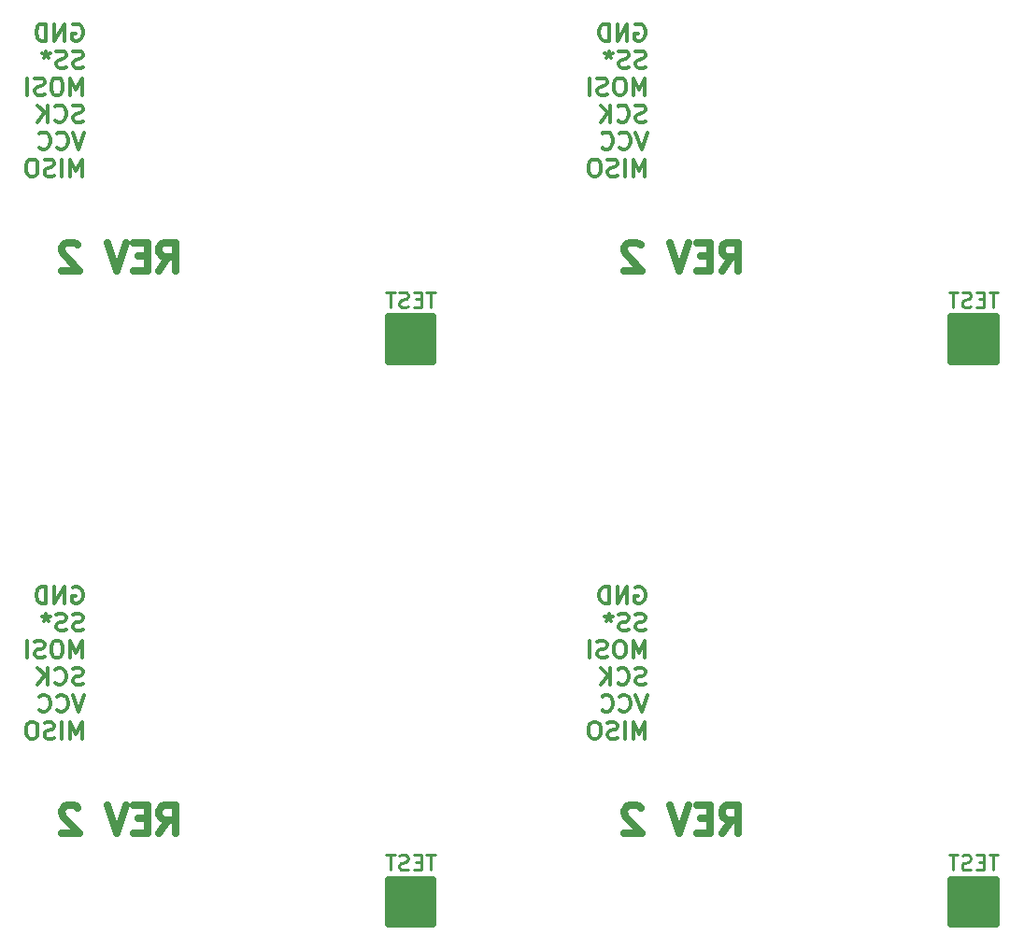
<source format=gbo>
%MOIN*%
%OFA0B0*%
%FSLAX46Y46*%
%IPPOS*%
%LPD*%
%ADD10C,0.025*%
%ADD11C,0.012000000000000002*%
%ADD12C,0.01*%
%ADD13C,0.025590551181102365*%
%ADD24C,0.025*%
%ADD25C,0.012000000000000002*%
%ADD26C,0.01*%
%ADD27C,0.025590551181102365*%
%ADD28C,0.025*%
%ADD29C,0.012000000000000002*%
%ADD30C,0.01*%
%ADD31C,0.025590551181102365*%
%ADD32C,0.025*%
%ADD33C,0.012000000000000002*%
%ADD34C,0.01*%
%ADD35C,0.025590551181102365*%
G01*
D10*
X0000552857Y0000383895D02*
X0000586190Y0000431514D01*
X0000610000Y0000383895D02*
X0000610000Y0000483895D01*
X0000571904Y0000483895D01*
X0000562380Y0000479133D01*
X0000557618Y0000474371D01*
X0000552857Y0000464848D01*
X0000552857Y0000450562D01*
X0000557618Y0000441038D01*
X0000562380Y0000436276D01*
X0000571904Y0000431514D01*
X0000610000Y0000431514D01*
X0000510000Y0000436276D02*
X0000476666Y0000436276D01*
X0000462380Y0000383895D02*
X0000510000Y0000383895D01*
X0000510000Y0000483895D01*
X0000462380Y0000483895D01*
X0000433809Y0000483895D02*
X0000400476Y0000383895D01*
X0000367142Y0000483895D01*
X0000262380Y0000474371D02*
X0000257618Y0000479133D01*
X0000248095Y0000483895D01*
X0000224285Y0000483895D01*
X0000214761Y0000479133D01*
X0000210000Y0000474371D01*
X0000205238Y0000464848D01*
X0000205238Y0000455324D01*
X0000210000Y0000441038D01*
X0000267142Y0000383895D01*
X0000205238Y0000383895D01*
D11*
X0000244580Y0001260633D02*
X0000250533Y0001263490D01*
X0000259461Y0001263490D01*
X0000268390Y0001260633D01*
X0000274342Y0001254919D01*
X0000277319Y0001249205D01*
X0000280295Y0001237776D01*
X0000280295Y0001229205D01*
X0000277319Y0001217776D01*
X0000274342Y0001212062D01*
X0000268390Y0001206348D01*
X0000259461Y0001203490D01*
X0000253509Y0001203490D01*
X0000244580Y0001206348D01*
X0000241604Y0001209205D01*
X0000241604Y0001229205D01*
X0000253509Y0001229205D01*
X0000214818Y0001203490D02*
X0000214818Y0001263490D01*
X0000179104Y0001203490D01*
X0000179104Y0001263490D01*
X0000149342Y0001203490D02*
X0000149342Y0001263490D01*
X0000134461Y0001263490D01*
X0000125533Y0001260633D01*
X0000119580Y0001254919D01*
X0000116604Y0001249205D01*
X0000113628Y0001237776D01*
X0000113628Y0001229205D01*
X0000116604Y0001217776D01*
X0000119580Y0001212062D01*
X0000125533Y0001206348D01*
X0000134461Y0001203490D01*
X0000149342Y0001203490D01*
X0000280295Y0001109748D02*
X0000271366Y0001106891D01*
X0000256485Y0001106891D01*
X0000250533Y0001109748D01*
X0000247557Y0001112605D01*
X0000244580Y0001118319D01*
X0000244580Y0001124033D01*
X0000247557Y0001129748D01*
X0000250533Y0001132605D01*
X0000256485Y0001135462D01*
X0000268390Y0001138319D01*
X0000274342Y0001141176D01*
X0000277319Y0001144033D01*
X0000280295Y0001149748D01*
X0000280295Y0001155462D01*
X0000277319Y0001161176D01*
X0000274342Y0001164033D01*
X0000268390Y0001166891D01*
X0000253509Y0001166891D01*
X0000244580Y0001164033D01*
X0000220771Y0001109748D02*
X0000211842Y0001106891D01*
X0000196961Y0001106891D01*
X0000191009Y0001109748D01*
X0000188033Y0001112605D01*
X0000185057Y0001118319D01*
X0000185057Y0001124033D01*
X0000188033Y0001129748D01*
X0000191009Y0001132605D01*
X0000196961Y0001135462D01*
X0000208866Y0001138319D01*
X0000214818Y0001141176D01*
X0000217795Y0001144033D01*
X0000220771Y0001149748D01*
X0000220771Y0001155462D01*
X0000217795Y0001161176D01*
X0000214818Y0001164033D01*
X0000208866Y0001166891D01*
X0000193985Y0001166891D01*
X0000185057Y0001164033D01*
X0000149342Y0001166891D02*
X0000149342Y0001152605D01*
X0000164223Y0001158319D02*
X0000149342Y0001152605D01*
X0000134461Y0001158319D01*
X0000158271Y0001141176D02*
X0000149342Y0001152605D01*
X0000140414Y0001141176D01*
X0000277319Y0001010290D02*
X0000277319Y0001070290D01*
X0000256485Y0001027433D01*
X0000235652Y0001070290D01*
X0000235652Y0001010290D01*
X0000193985Y0001070290D02*
X0000182080Y0001070290D01*
X0000176128Y0001067433D01*
X0000170176Y0001061719D01*
X0000167200Y0001050290D01*
X0000167200Y0001030290D01*
X0000170176Y0001018862D01*
X0000176128Y0001013148D01*
X0000182080Y0001010290D01*
X0000193985Y0001010290D01*
X0000199938Y0001013148D01*
X0000205890Y0001018862D01*
X0000208866Y0001030290D01*
X0000208866Y0001050290D01*
X0000205890Y0001061719D01*
X0000199938Y0001067433D01*
X0000193985Y0001070290D01*
X0000143390Y0001013148D02*
X0000134461Y0001010290D01*
X0000119580Y0001010290D01*
X0000113628Y0001013148D01*
X0000110652Y0001016005D01*
X0000107676Y0001021719D01*
X0000107676Y0001027433D01*
X0000110652Y0001033148D01*
X0000113628Y0001036005D01*
X0000119580Y0001038862D01*
X0000131485Y0001041719D01*
X0000137438Y0001044576D01*
X0000140414Y0001047433D01*
X0000143390Y0001053148D01*
X0000143390Y0001058862D01*
X0000140414Y0001064576D01*
X0000137438Y0001067433D01*
X0000131485Y0001070290D01*
X0000116604Y0001070290D01*
X0000107676Y0001067433D01*
X0000080890Y0001010290D02*
X0000080890Y0001070290D01*
X0000280295Y0000916548D02*
X0000271366Y0000913691D01*
X0000256485Y0000913691D01*
X0000250533Y0000916548D01*
X0000247557Y0000919405D01*
X0000244580Y0000925119D01*
X0000244580Y0000930833D01*
X0000247557Y0000936548D01*
X0000250533Y0000939405D01*
X0000256485Y0000942262D01*
X0000268390Y0000945119D01*
X0000274342Y0000947976D01*
X0000277319Y0000950833D01*
X0000280295Y0000956548D01*
X0000280295Y0000962262D01*
X0000277319Y0000967976D01*
X0000274342Y0000970833D01*
X0000268390Y0000973691D01*
X0000253509Y0000973691D01*
X0000244580Y0000970833D01*
X0000182080Y0000919405D02*
X0000185057Y0000916548D01*
X0000193985Y0000913691D01*
X0000199938Y0000913691D01*
X0000208866Y0000916548D01*
X0000214818Y0000922262D01*
X0000217795Y0000927976D01*
X0000220771Y0000939405D01*
X0000220771Y0000947976D01*
X0000217795Y0000959405D01*
X0000214818Y0000965119D01*
X0000208866Y0000970833D01*
X0000199938Y0000973691D01*
X0000193985Y0000973691D01*
X0000185057Y0000970833D01*
X0000182080Y0000967976D01*
X0000155295Y0000913691D02*
X0000155295Y0000973691D01*
X0000119580Y0000913691D02*
X0000146366Y0000947976D01*
X0000119580Y0000973691D02*
X0000155295Y0000939405D01*
X0000286247Y0000877090D02*
X0000265414Y0000817090D01*
X0000244580Y0000877090D01*
X0000188033Y0000822805D02*
X0000191009Y0000819948D01*
X0000199938Y0000817090D01*
X0000205890Y0000817090D01*
X0000214818Y0000819948D01*
X0000220771Y0000825662D01*
X0000223747Y0000831376D01*
X0000226723Y0000842805D01*
X0000226723Y0000851376D01*
X0000223747Y0000862805D01*
X0000220771Y0000868519D01*
X0000214818Y0000874233D01*
X0000205890Y0000877090D01*
X0000199938Y0000877090D01*
X0000191009Y0000874233D01*
X0000188033Y0000871376D01*
X0000125533Y0000822805D02*
X0000128509Y0000819948D01*
X0000137438Y0000817090D01*
X0000143390Y0000817090D01*
X0000152318Y0000819948D01*
X0000158271Y0000825662D01*
X0000161247Y0000831376D01*
X0000164223Y0000842805D01*
X0000164223Y0000851376D01*
X0000161247Y0000862805D01*
X0000158271Y0000868519D01*
X0000152318Y0000874233D01*
X0000143390Y0000877090D01*
X0000137438Y0000877090D01*
X0000128509Y0000874233D01*
X0000125533Y0000871376D01*
X0000277319Y0000720491D02*
X0000277319Y0000780491D01*
X0000256485Y0000737633D01*
X0000235652Y0000780491D01*
X0000235652Y0000720491D01*
X0000205890Y0000720491D02*
X0000205890Y0000780491D01*
X0000179104Y0000723348D02*
X0000170176Y0000720491D01*
X0000155295Y0000720491D01*
X0000149342Y0000723348D01*
X0000146366Y0000726205D01*
X0000143390Y0000731919D01*
X0000143390Y0000737633D01*
X0000146366Y0000743348D01*
X0000149342Y0000746205D01*
X0000155295Y0000749062D01*
X0000167200Y0000751919D01*
X0000173152Y0000754776D01*
X0000176128Y0000757633D01*
X0000179104Y0000763348D01*
X0000179104Y0000769062D01*
X0000176128Y0000774776D01*
X0000173152Y0000777633D01*
X0000167200Y0000780491D01*
X0000152318Y0000780491D01*
X0000143390Y0000777633D01*
X0000104699Y0000780491D02*
X0000092795Y0000780491D01*
X0000086842Y0000777633D01*
X0000080890Y0000771919D01*
X0000077914Y0000760490D01*
X0000077914Y0000740490D01*
X0000080890Y0000729062D01*
X0000086842Y0000723348D01*
X0000092795Y0000720491D01*
X0000104699Y0000720491D01*
X0000110652Y0000723348D01*
X0000116604Y0000729062D01*
X0000119580Y0000740490D01*
X0000119580Y0000760490D01*
X0000116604Y0000771919D01*
X0000110652Y0000777633D01*
X0000104699Y0000780491D01*
D12*
X0001537738Y0000307048D02*
X0001506309Y0000307048D01*
X0001522023Y0000252048D02*
X0001522023Y0000307048D01*
X0001487976Y0000280857D02*
X0001469642Y0000280857D01*
X0001461785Y0000252048D02*
X0001487976Y0000252048D01*
X0001487976Y0000307048D01*
X0001461785Y0000307048D01*
X0001440833Y0000254667D02*
X0001432976Y0000252048D01*
X0001419880Y0000252048D01*
X0001414642Y0000254667D01*
X0001412023Y0000257286D01*
X0001409404Y0000262524D01*
X0001409404Y0000267762D01*
X0001412023Y0000273000D01*
X0001414642Y0000275619D01*
X0001419880Y0000278238D01*
X0001430357Y0000280857D01*
X0001435595Y0000283476D01*
X0001438214Y0000286095D01*
X0001440833Y0000291333D01*
X0001440833Y0000296571D01*
X0001438214Y0000301810D01*
X0001435595Y0000304429D01*
X0001430357Y0000307048D01*
X0001417261Y0000307048D01*
X0001409404Y0000304429D01*
X0001393690Y0000307048D02*
X0001362261Y0000307048D01*
X0001377976Y0000252048D02*
X0001377976Y0000307048D01*
D13*
X0001528740Y0000119448D02*
X0001528740Y0000099763D01*
X0001528740Y0000060393D02*
X0001371259Y0000060393D01*
X0001371259Y0000198188D02*
X0001528740Y0000198188D01*
X0001371259Y0000099763D02*
X0001371259Y0000080078D01*
X0001528740Y0000158818D02*
X0001528740Y0000139133D01*
X0001528740Y0000178503D02*
X0001371259Y0000178503D01*
X0001528740Y0000198188D02*
X0001528740Y0000178503D01*
X0001371259Y0000080078D02*
X0001528740Y0000080078D01*
X0001371259Y0000217873D02*
X0001371259Y0000198188D01*
X0001371259Y0000060393D02*
X0001371259Y0000217873D01*
X0001528740Y0000217873D02*
X0001528740Y0000060393D01*
X0001371259Y0000217873D02*
X0001528740Y0000217873D01*
X0001371259Y0000139133D02*
X0001371259Y0000119448D01*
X0001371259Y0000178503D02*
X0001371259Y0000158818D01*
X0001371259Y0000158818D02*
X0001528740Y0000158818D01*
X0001528740Y0000099763D02*
X0001371259Y0000099763D01*
X0001528740Y0000139133D02*
X0001371259Y0000139133D01*
X0001371259Y0000119448D02*
X0001509055Y0000119448D01*
X0001509055Y0000119448D02*
X0001528740Y0000119448D01*
G04 next file*
G04 Gerber Fmt 4.6, Leading zero omitted, Abs format (unit mm)*
G04 Created by KiCad (PCBNEW (6.0.1)) date 2022-05-17 17:41:02*
G01*
G04 APERTURE LIST*
G04 APERTURE END LIST*
D24*
X0002560731Y0000383895D02*
X0002594064Y0000431514D01*
X0002617874Y0000383895D02*
X0002617874Y0000483895D01*
X0002579778Y0000483895D01*
X0002570254Y0000479133D01*
X0002565493Y0000474371D01*
X0002560731Y0000464848D01*
X0002560731Y0000450562D01*
X0002565493Y0000441038D01*
X0002570254Y0000436276D01*
X0002579778Y0000431514D01*
X0002617874Y0000431514D01*
X0002517874Y0000436276D02*
X0002484540Y0000436276D01*
X0002470254Y0000383895D02*
X0002517874Y0000383895D01*
X0002517874Y0000483895D01*
X0002470254Y0000483895D01*
X0002441683Y0000483895D02*
X0002408350Y0000383895D01*
X0002375016Y0000483895D01*
X0002270254Y0000474371D02*
X0002265492Y0000479133D01*
X0002255969Y0000483895D01*
X0002232159Y0000483895D01*
X0002222635Y0000479133D01*
X0002217874Y0000474371D01*
X0002213112Y0000464848D01*
X0002213112Y0000455324D01*
X0002217874Y0000441038D01*
X0002275016Y0000383895D01*
X0002213112Y0000383895D01*
D25*
X0002252454Y0001260633D02*
X0002258407Y0001263490D01*
X0002267335Y0001263490D01*
X0002276264Y0001260633D01*
X0002282216Y0001254919D01*
X0002285193Y0001249205D01*
X0002288169Y0001237776D01*
X0002288169Y0001229205D01*
X0002285193Y0001217776D01*
X0002282216Y0001212062D01*
X0002276264Y0001206348D01*
X0002267335Y0001203490D01*
X0002261383Y0001203490D01*
X0002252454Y0001206348D01*
X0002249478Y0001209205D01*
X0002249478Y0001229205D01*
X0002261383Y0001229205D01*
X0002222692Y0001203490D02*
X0002222692Y0001263490D01*
X0002186978Y0001203490D01*
X0002186978Y0001263490D01*
X0002157216Y0001203490D02*
X0002157216Y0001263490D01*
X0002142335Y0001263490D01*
X0002133407Y0001260633D01*
X0002127454Y0001254919D01*
X0002124478Y0001249205D01*
X0002121502Y0001237776D01*
X0002121502Y0001229205D01*
X0002124478Y0001217776D01*
X0002127454Y0001212062D01*
X0002133407Y0001206348D01*
X0002142335Y0001203490D01*
X0002157216Y0001203490D01*
X0002288169Y0001109748D02*
X0002279240Y0001106891D01*
X0002264359Y0001106891D01*
X0002258407Y0001109748D01*
X0002255431Y0001112605D01*
X0002252454Y0001118319D01*
X0002252454Y0001124033D01*
X0002255431Y0001129748D01*
X0002258407Y0001132605D01*
X0002264359Y0001135462D01*
X0002276264Y0001138319D01*
X0002282216Y0001141176D01*
X0002285193Y0001144033D01*
X0002288169Y0001149748D01*
X0002288169Y0001155462D01*
X0002285193Y0001161176D01*
X0002282216Y0001164033D01*
X0002276264Y0001166891D01*
X0002261383Y0001166891D01*
X0002252454Y0001164033D01*
X0002228645Y0001109748D02*
X0002219716Y0001106891D01*
X0002204835Y0001106891D01*
X0002198883Y0001109748D01*
X0002195907Y0001112605D01*
X0002192931Y0001118319D01*
X0002192931Y0001124033D01*
X0002195907Y0001129748D01*
X0002198883Y0001132605D01*
X0002204835Y0001135462D01*
X0002216740Y0001138319D01*
X0002222692Y0001141176D01*
X0002225669Y0001144033D01*
X0002228645Y0001149748D01*
X0002228645Y0001155462D01*
X0002225669Y0001161176D01*
X0002222692Y0001164033D01*
X0002216740Y0001166891D01*
X0002201859Y0001166891D01*
X0002192931Y0001164033D01*
X0002157216Y0001166891D02*
X0002157216Y0001152605D01*
X0002172097Y0001158319D02*
X0002157216Y0001152605D01*
X0002142335Y0001158319D01*
X0002166145Y0001141176D02*
X0002157216Y0001152605D01*
X0002148288Y0001141176D01*
X0002285193Y0001010290D02*
X0002285193Y0001070290D01*
X0002264359Y0001027433D01*
X0002243526Y0001070290D01*
X0002243526Y0001010290D01*
X0002201859Y0001070290D02*
X0002189954Y0001070290D01*
X0002184002Y0001067433D01*
X0002178050Y0001061719D01*
X0002175074Y0001050290D01*
X0002175074Y0001030290D01*
X0002178050Y0001018862D01*
X0002184002Y0001013148D01*
X0002189954Y0001010290D01*
X0002201859Y0001010290D01*
X0002207812Y0001013148D01*
X0002213764Y0001018862D01*
X0002216740Y0001030290D01*
X0002216740Y0001050290D01*
X0002213764Y0001061719D01*
X0002207812Y0001067433D01*
X0002201859Y0001070290D01*
X0002151264Y0001013148D02*
X0002142335Y0001010290D01*
X0002127454Y0001010290D01*
X0002121502Y0001013148D01*
X0002118526Y0001016005D01*
X0002115550Y0001021719D01*
X0002115550Y0001027433D01*
X0002118526Y0001033148D01*
X0002121502Y0001036005D01*
X0002127454Y0001038862D01*
X0002139359Y0001041719D01*
X0002145312Y0001044576D01*
X0002148288Y0001047433D01*
X0002151264Y0001053148D01*
X0002151264Y0001058862D01*
X0002148288Y0001064576D01*
X0002145312Y0001067433D01*
X0002139359Y0001070290D01*
X0002124478Y0001070290D01*
X0002115550Y0001067433D01*
X0002088764Y0001010290D02*
X0002088764Y0001070290D01*
X0002288169Y0000916548D02*
X0002279240Y0000913691D01*
X0002264359Y0000913691D01*
X0002258407Y0000916548D01*
X0002255431Y0000919405D01*
X0002252454Y0000925119D01*
X0002252454Y0000930833D01*
X0002255431Y0000936548D01*
X0002258407Y0000939405D01*
X0002264359Y0000942262D01*
X0002276264Y0000945119D01*
X0002282216Y0000947976D01*
X0002285193Y0000950833D01*
X0002288169Y0000956548D01*
X0002288169Y0000962262D01*
X0002285193Y0000967976D01*
X0002282216Y0000970833D01*
X0002276264Y0000973691D01*
X0002261383Y0000973691D01*
X0002252454Y0000970833D01*
X0002189954Y0000919405D02*
X0002192931Y0000916548D01*
X0002201859Y0000913691D01*
X0002207812Y0000913691D01*
X0002216740Y0000916548D01*
X0002222692Y0000922262D01*
X0002225669Y0000927976D01*
X0002228645Y0000939405D01*
X0002228645Y0000947976D01*
X0002225669Y0000959405D01*
X0002222692Y0000965119D01*
X0002216740Y0000970833D01*
X0002207812Y0000973691D01*
X0002201859Y0000973691D01*
X0002192931Y0000970833D01*
X0002189954Y0000967976D01*
X0002163169Y0000913691D02*
X0002163169Y0000973691D01*
X0002127454Y0000913691D02*
X0002154240Y0000947976D01*
X0002127454Y0000973691D02*
X0002163169Y0000939405D01*
X0002294121Y0000877090D02*
X0002273288Y0000817090D01*
X0002252454Y0000877090D01*
X0002195907Y0000822805D02*
X0002198883Y0000819948D01*
X0002207812Y0000817090D01*
X0002213764Y0000817090D01*
X0002222692Y0000819948D01*
X0002228645Y0000825662D01*
X0002231621Y0000831376D01*
X0002234597Y0000842805D01*
X0002234597Y0000851376D01*
X0002231621Y0000862805D01*
X0002228645Y0000868519D01*
X0002222692Y0000874233D01*
X0002213764Y0000877090D01*
X0002207812Y0000877090D01*
X0002198883Y0000874233D01*
X0002195907Y0000871376D01*
X0002133407Y0000822805D02*
X0002136383Y0000819948D01*
X0002145312Y0000817090D01*
X0002151264Y0000817090D01*
X0002160192Y0000819948D01*
X0002166145Y0000825662D01*
X0002169121Y0000831376D01*
X0002172097Y0000842805D01*
X0002172097Y0000851376D01*
X0002169121Y0000862805D01*
X0002166145Y0000868519D01*
X0002160192Y0000874233D01*
X0002151264Y0000877090D01*
X0002145312Y0000877090D01*
X0002136383Y0000874233D01*
X0002133407Y0000871376D01*
X0002285193Y0000720491D02*
X0002285193Y0000780491D01*
X0002264359Y0000737633D01*
X0002243526Y0000780491D01*
X0002243526Y0000720491D01*
X0002213764Y0000720491D02*
X0002213764Y0000780491D01*
X0002186978Y0000723348D02*
X0002178050Y0000720491D01*
X0002163169Y0000720491D01*
X0002157216Y0000723348D01*
X0002154240Y0000726205D01*
X0002151264Y0000731919D01*
X0002151264Y0000737633D01*
X0002154240Y0000743348D01*
X0002157216Y0000746205D01*
X0002163169Y0000749062D01*
X0002175074Y0000751919D01*
X0002181026Y0000754776D01*
X0002184002Y0000757633D01*
X0002186978Y0000763348D01*
X0002186978Y0000769062D01*
X0002184002Y0000774776D01*
X0002181026Y0000777633D01*
X0002175074Y0000780491D01*
X0002160192Y0000780491D01*
X0002151264Y0000777633D01*
X0002112574Y0000780491D02*
X0002100669Y0000780491D01*
X0002094716Y0000777633D01*
X0002088764Y0000771919D01*
X0002085788Y0000760490D01*
X0002085788Y0000740490D01*
X0002088764Y0000729062D01*
X0002094716Y0000723348D01*
X0002100669Y0000720491D01*
X0002112574Y0000720491D01*
X0002118526Y0000723348D01*
X0002124478Y0000729062D01*
X0002127454Y0000740490D01*
X0002127454Y0000760490D01*
X0002124478Y0000771919D01*
X0002118526Y0000777633D01*
X0002112574Y0000780491D01*
D26*
X0003545612Y0000307048D02*
X0003514183Y0000307048D01*
X0003529897Y0000252048D02*
X0003529897Y0000307048D01*
X0003495850Y0000280857D02*
X0003477516Y0000280857D01*
X0003469659Y0000252048D02*
X0003495850Y0000252048D01*
X0003495850Y0000307048D01*
X0003469659Y0000307048D01*
X0003448707Y0000254667D02*
X0003440850Y0000252048D01*
X0003427754Y0000252048D01*
X0003422516Y0000254667D01*
X0003419897Y0000257286D01*
X0003417278Y0000262524D01*
X0003417278Y0000267762D01*
X0003419897Y0000273000D01*
X0003422516Y0000275619D01*
X0003427754Y0000278238D01*
X0003438231Y0000280857D01*
X0003443469Y0000283476D01*
X0003446088Y0000286095D01*
X0003448707Y0000291333D01*
X0003448707Y0000296571D01*
X0003446088Y0000301810D01*
X0003443469Y0000304429D01*
X0003438231Y0000307048D01*
X0003425135Y0000307048D01*
X0003417278Y0000304429D01*
X0003401564Y0000307048D02*
X0003370135Y0000307048D01*
X0003385850Y0000252048D02*
X0003385850Y0000307048D01*
D27*
X0003536614Y0000119448D02*
X0003536614Y0000099763D01*
X0003536614Y0000060393D02*
X0003379133Y0000060393D01*
X0003379133Y0000198188D02*
X0003536614Y0000198188D01*
X0003379133Y0000099763D02*
X0003379133Y0000080078D01*
X0003536614Y0000158818D02*
X0003536614Y0000139133D01*
X0003536614Y0000178503D02*
X0003379133Y0000178503D01*
X0003536614Y0000198188D02*
X0003536614Y0000178503D01*
X0003379133Y0000080078D02*
X0003536614Y0000080078D01*
X0003379133Y0000217873D02*
X0003379133Y0000198188D01*
X0003379133Y0000060393D02*
X0003379133Y0000217873D01*
X0003536614Y0000217873D02*
X0003536614Y0000060393D01*
X0003379133Y0000217873D02*
X0003536614Y0000217873D01*
X0003379133Y0000139133D02*
X0003379133Y0000119448D01*
X0003379133Y0000178503D02*
X0003379133Y0000158818D01*
X0003379133Y0000158818D02*
X0003536614Y0000158818D01*
X0003536614Y0000099763D02*
X0003379133Y0000099763D01*
X0003536614Y0000139133D02*
X0003379133Y0000139133D01*
X0003379133Y0000119448D02*
X0003516929Y0000119448D01*
X0003516929Y0000119448D02*
X0003536614Y0000119448D01*
G04 next file*
G04 Gerber Fmt 4.6, Leading zero omitted, Abs format (unit mm)*
G04 Created by KiCad (PCBNEW (6.0.1)) date 2022-05-17 17:41:02*
G01*
G04 APERTURE LIST*
G04 APERTURE END LIST*
D28*
X0000552857Y0002391769D02*
X0000586190Y0002439388D01*
X0000610000Y0002391769D02*
X0000610000Y0002491769D01*
X0000571904Y0002491769D01*
X0000562380Y0002487007D01*
X0000557618Y0002482245D01*
X0000552857Y0002472722D01*
X0000552857Y0002458436D01*
X0000557618Y0002448912D01*
X0000562380Y0002444150D01*
X0000571904Y0002439388D01*
X0000610000Y0002439388D01*
X0000510000Y0002444150D02*
X0000476666Y0002444150D01*
X0000462380Y0002391769D02*
X0000510000Y0002391769D01*
X0000510000Y0002491769D01*
X0000462380Y0002491769D01*
X0000433809Y0002491769D02*
X0000400476Y0002391769D01*
X0000367142Y0002491769D01*
X0000262380Y0002482245D02*
X0000257618Y0002487007D01*
X0000248095Y0002491769D01*
X0000224285Y0002491769D01*
X0000214761Y0002487007D01*
X0000210000Y0002482245D01*
X0000205238Y0002472722D01*
X0000205238Y0002463198D01*
X0000210000Y0002448912D01*
X0000267142Y0002391769D01*
X0000205238Y0002391769D01*
D29*
X0000244580Y0003268507D02*
X0000250533Y0003271365D01*
X0000259461Y0003271365D01*
X0000268390Y0003268507D01*
X0000274342Y0003262793D01*
X0000277319Y0003257079D01*
X0000280295Y0003245650D01*
X0000280295Y0003237079D01*
X0000277319Y0003225650D01*
X0000274342Y0003219936D01*
X0000268390Y0003214222D01*
X0000259461Y0003211365D01*
X0000253509Y0003211365D01*
X0000244580Y0003214222D01*
X0000241604Y0003217079D01*
X0000241604Y0003237079D01*
X0000253509Y0003237079D01*
X0000214818Y0003211365D02*
X0000214818Y0003271365D01*
X0000179104Y0003211365D01*
X0000179104Y0003271365D01*
X0000149342Y0003211365D02*
X0000149342Y0003271365D01*
X0000134461Y0003271365D01*
X0000125533Y0003268507D01*
X0000119580Y0003262793D01*
X0000116604Y0003257079D01*
X0000113628Y0003245650D01*
X0000113628Y0003237079D01*
X0000116604Y0003225650D01*
X0000119580Y0003219936D01*
X0000125533Y0003214222D01*
X0000134461Y0003211365D01*
X0000149342Y0003211365D01*
X0000280295Y0003117622D02*
X0000271366Y0003114765D01*
X0000256485Y0003114765D01*
X0000250533Y0003117622D01*
X0000247557Y0003120479D01*
X0000244580Y0003126193D01*
X0000244580Y0003131907D01*
X0000247557Y0003137622D01*
X0000250533Y0003140479D01*
X0000256485Y0003143336D01*
X0000268390Y0003146193D01*
X0000274342Y0003149050D01*
X0000277319Y0003151907D01*
X0000280295Y0003157622D01*
X0000280295Y0003163336D01*
X0000277319Y0003169050D01*
X0000274342Y0003171907D01*
X0000268390Y0003174765D01*
X0000253509Y0003174765D01*
X0000244580Y0003171907D01*
X0000220771Y0003117622D02*
X0000211842Y0003114765D01*
X0000196961Y0003114765D01*
X0000191009Y0003117622D01*
X0000188033Y0003120479D01*
X0000185057Y0003126193D01*
X0000185057Y0003131907D01*
X0000188033Y0003137622D01*
X0000191009Y0003140479D01*
X0000196961Y0003143336D01*
X0000208866Y0003146193D01*
X0000214818Y0003149050D01*
X0000217795Y0003151907D01*
X0000220771Y0003157622D01*
X0000220771Y0003163336D01*
X0000217795Y0003169050D01*
X0000214818Y0003171907D01*
X0000208866Y0003174765D01*
X0000193985Y0003174765D01*
X0000185057Y0003171907D01*
X0000149342Y0003174765D02*
X0000149342Y0003160479D01*
X0000164223Y0003166193D02*
X0000149342Y0003160479D01*
X0000134461Y0003166193D01*
X0000158271Y0003149050D02*
X0000149342Y0003160479D01*
X0000140414Y0003149050D01*
X0000277319Y0003018164D02*
X0000277319Y0003078165D01*
X0000256485Y0003035307D01*
X0000235652Y0003078165D01*
X0000235652Y0003018164D01*
X0000193985Y0003078165D02*
X0000182080Y0003078165D01*
X0000176128Y0003075307D01*
X0000170176Y0003069593D01*
X0000167200Y0003058165D01*
X0000167200Y0003038165D01*
X0000170176Y0003026736D01*
X0000176128Y0003021022D01*
X0000182080Y0003018164D01*
X0000193985Y0003018164D01*
X0000199938Y0003021022D01*
X0000205890Y0003026736D01*
X0000208866Y0003038165D01*
X0000208866Y0003058165D01*
X0000205890Y0003069593D01*
X0000199938Y0003075307D01*
X0000193985Y0003078165D01*
X0000143390Y0003021022D02*
X0000134461Y0003018164D01*
X0000119580Y0003018164D01*
X0000113628Y0003021022D01*
X0000110652Y0003023879D01*
X0000107676Y0003029593D01*
X0000107676Y0003035307D01*
X0000110652Y0003041022D01*
X0000113628Y0003043879D01*
X0000119580Y0003046736D01*
X0000131485Y0003049593D01*
X0000137438Y0003052450D01*
X0000140414Y0003055307D01*
X0000143390Y0003061022D01*
X0000143390Y0003066736D01*
X0000140414Y0003072450D01*
X0000137438Y0003075307D01*
X0000131485Y0003078165D01*
X0000116604Y0003078165D01*
X0000107676Y0003075307D01*
X0000080890Y0003018164D02*
X0000080890Y0003078165D01*
X0000280295Y0002924422D02*
X0000271366Y0002921565D01*
X0000256485Y0002921565D01*
X0000250533Y0002924422D01*
X0000247557Y0002927279D01*
X0000244580Y0002932993D01*
X0000244580Y0002938707D01*
X0000247557Y0002944422D01*
X0000250533Y0002947279D01*
X0000256485Y0002950136D01*
X0000268390Y0002952993D01*
X0000274342Y0002955850D01*
X0000277319Y0002958707D01*
X0000280295Y0002964422D01*
X0000280295Y0002970136D01*
X0000277319Y0002975850D01*
X0000274342Y0002978707D01*
X0000268390Y0002981565D01*
X0000253509Y0002981565D01*
X0000244580Y0002978707D01*
X0000182080Y0002927279D02*
X0000185057Y0002924422D01*
X0000193985Y0002921565D01*
X0000199938Y0002921565D01*
X0000208866Y0002924422D01*
X0000214818Y0002930136D01*
X0000217795Y0002935850D01*
X0000220771Y0002947279D01*
X0000220771Y0002955850D01*
X0000217795Y0002967279D01*
X0000214818Y0002972993D01*
X0000208866Y0002978707D01*
X0000199938Y0002981565D01*
X0000193985Y0002981565D01*
X0000185057Y0002978707D01*
X0000182080Y0002975850D01*
X0000155295Y0002921565D02*
X0000155295Y0002981565D01*
X0000119580Y0002921565D02*
X0000146366Y0002955850D01*
X0000119580Y0002981565D02*
X0000155295Y0002947279D01*
X0000286247Y0002884965D02*
X0000265414Y0002824964D01*
X0000244580Y0002884965D01*
X0000188033Y0002830679D02*
X0000191009Y0002827822D01*
X0000199938Y0002824964D01*
X0000205890Y0002824964D01*
X0000214818Y0002827822D01*
X0000220771Y0002833536D01*
X0000223747Y0002839250D01*
X0000226723Y0002850679D01*
X0000226723Y0002859250D01*
X0000223747Y0002870679D01*
X0000220771Y0002876393D01*
X0000214818Y0002882107D01*
X0000205890Y0002884965D01*
X0000199938Y0002884965D01*
X0000191009Y0002882107D01*
X0000188033Y0002879250D01*
X0000125533Y0002830679D02*
X0000128509Y0002827822D01*
X0000137438Y0002824964D01*
X0000143390Y0002824964D01*
X0000152318Y0002827822D01*
X0000158271Y0002833536D01*
X0000161247Y0002839250D01*
X0000164223Y0002850679D01*
X0000164223Y0002859250D01*
X0000161247Y0002870679D01*
X0000158271Y0002876393D01*
X0000152318Y0002882107D01*
X0000143390Y0002884965D01*
X0000137438Y0002884965D01*
X0000128509Y0002882107D01*
X0000125533Y0002879250D01*
X0000277319Y0002728365D02*
X0000277319Y0002788365D01*
X0000256485Y0002745507D01*
X0000235652Y0002788365D01*
X0000235652Y0002728365D01*
X0000205890Y0002728365D02*
X0000205890Y0002788365D01*
X0000179104Y0002731222D02*
X0000170176Y0002728365D01*
X0000155295Y0002728365D01*
X0000149342Y0002731222D01*
X0000146366Y0002734079D01*
X0000143390Y0002739793D01*
X0000143390Y0002745507D01*
X0000146366Y0002751222D01*
X0000149342Y0002754079D01*
X0000155295Y0002756936D01*
X0000167200Y0002759793D01*
X0000173152Y0002762650D01*
X0000176128Y0002765507D01*
X0000179104Y0002771222D01*
X0000179104Y0002776936D01*
X0000176128Y0002782650D01*
X0000173152Y0002785507D01*
X0000167200Y0002788365D01*
X0000152318Y0002788365D01*
X0000143390Y0002785507D01*
X0000104699Y0002788365D02*
X0000092795Y0002788365D01*
X0000086842Y0002785507D01*
X0000080890Y0002779793D01*
X0000077914Y0002768365D01*
X0000077914Y0002748365D01*
X0000080890Y0002736936D01*
X0000086842Y0002731222D01*
X0000092795Y0002728365D01*
X0000104699Y0002728365D01*
X0000110652Y0002731222D01*
X0000116604Y0002736936D01*
X0000119580Y0002748365D01*
X0000119580Y0002768365D01*
X0000116604Y0002779793D01*
X0000110652Y0002785507D01*
X0000104699Y0002788365D01*
D30*
X0001537738Y0002314922D02*
X0001506309Y0002314922D01*
X0001522023Y0002259922D02*
X0001522023Y0002314922D01*
X0001487976Y0002288731D02*
X0001469642Y0002288731D01*
X0001461785Y0002259922D02*
X0001487976Y0002259922D01*
X0001487976Y0002314922D01*
X0001461785Y0002314922D01*
X0001440833Y0002262541D02*
X0001432976Y0002259922D01*
X0001419880Y0002259922D01*
X0001414642Y0002262541D01*
X0001412023Y0002265160D01*
X0001409404Y0002270398D01*
X0001409404Y0002275636D01*
X0001412023Y0002280874D01*
X0001414642Y0002283493D01*
X0001419880Y0002286112D01*
X0001430357Y0002288731D01*
X0001435595Y0002291350D01*
X0001438214Y0002293969D01*
X0001440833Y0002299207D01*
X0001440833Y0002304445D01*
X0001438214Y0002309684D01*
X0001435595Y0002312303D01*
X0001430357Y0002314922D01*
X0001417261Y0002314922D01*
X0001409404Y0002312303D01*
X0001393690Y0002314922D02*
X0001362261Y0002314922D01*
X0001377976Y0002259922D02*
X0001377976Y0002314922D01*
D31*
X0001528740Y0002127322D02*
X0001528740Y0002107637D01*
X0001528740Y0002068267D02*
X0001371259Y0002068267D01*
X0001371259Y0002206062D02*
X0001528740Y0002206062D01*
X0001371259Y0002107637D02*
X0001371259Y0002087952D01*
X0001528740Y0002166692D02*
X0001528740Y0002147007D01*
X0001528740Y0002186377D02*
X0001371259Y0002186377D01*
X0001528740Y0002206062D02*
X0001528740Y0002186377D01*
X0001371259Y0002087952D02*
X0001528740Y0002087952D01*
X0001371259Y0002225747D02*
X0001371259Y0002206062D01*
X0001371259Y0002068267D02*
X0001371259Y0002225747D01*
X0001528740Y0002225747D02*
X0001528740Y0002068267D01*
X0001371259Y0002225747D02*
X0001528740Y0002225747D01*
X0001371259Y0002147007D02*
X0001371259Y0002127322D01*
X0001371259Y0002186377D02*
X0001371259Y0002166692D01*
X0001371259Y0002166692D02*
X0001528740Y0002166692D01*
X0001528740Y0002107637D02*
X0001371259Y0002107637D01*
X0001528740Y0002147007D02*
X0001371259Y0002147007D01*
X0001371259Y0002127322D02*
X0001509055Y0002127322D01*
X0001509055Y0002127322D02*
X0001528740Y0002127322D01*
G04 next file*
G04 Gerber Fmt 4.6, Leading zero omitted, Abs format (unit mm)*
G04 Created by KiCad (PCBNEW (6.0.1)) date 2022-05-17 17:41:02*
G01*
G04 APERTURE LIST*
G04 APERTURE END LIST*
D32*
X0002560731Y0002391769D02*
X0002594064Y0002439388D01*
X0002617874Y0002391769D02*
X0002617874Y0002491769D01*
X0002579778Y0002491769D01*
X0002570254Y0002487007D01*
X0002565493Y0002482245D01*
X0002560731Y0002472722D01*
X0002560731Y0002458436D01*
X0002565493Y0002448912D01*
X0002570254Y0002444150D01*
X0002579778Y0002439388D01*
X0002617874Y0002439388D01*
X0002517874Y0002444150D02*
X0002484540Y0002444150D01*
X0002470254Y0002391769D02*
X0002517874Y0002391769D01*
X0002517874Y0002491769D01*
X0002470254Y0002491769D01*
X0002441683Y0002491769D02*
X0002408350Y0002391769D01*
X0002375016Y0002491769D01*
X0002270254Y0002482245D02*
X0002265492Y0002487007D01*
X0002255969Y0002491769D01*
X0002232159Y0002491769D01*
X0002222635Y0002487007D01*
X0002217874Y0002482245D01*
X0002213112Y0002472722D01*
X0002213112Y0002463198D01*
X0002217874Y0002448912D01*
X0002275016Y0002391769D01*
X0002213112Y0002391769D01*
D33*
X0002252454Y0003268507D02*
X0002258407Y0003271365D01*
X0002267335Y0003271365D01*
X0002276264Y0003268507D01*
X0002282216Y0003262793D01*
X0002285193Y0003257079D01*
X0002288169Y0003245650D01*
X0002288169Y0003237079D01*
X0002285193Y0003225650D01*
X0002282216Y0003219936D01*
X0002276264Y0003214222D01*
X0002267335Y0003211365D01*
X0002261383Y0003211365D01*
X0002252454Y0003214222D01*
X0002249478Y0003217079D01*
X0002249478Y0003237079D01*
X0002261383Y0003237079D01*
X0002222692Y0003211365D02*
X0002222692Y0003271365D01*
X0002186978Y0003211365D01*
X0002186978Y0003271365D01*
X0002157216Y0003211365D02*
X0002157216Y0003271365D01*
X0002142335Y0003271365D01*
X0002133407Y0003268507D01*
X0002127454Y0003262793D01*
X0002124478Y0003257079D01*
X0002121502Y0003245650D01*
X0002121502Y0003237079D01*
X0002124478Y0003225650D01*
X0002127454Y0003219936D01*
X0002133407Y0003214222D01*
X0002142335Y0003211365D01*
X0002157216Y0003211365D01*
X0002288169Y0003117622D02*
X0002279240Y0003114765D01*
X0002264359Y0003114765D01*
X0002258407Y0003117622D01*
X0002255431Y0003120479D01*
X0002252454Y0003126193D01*
X0002252454Y0003131907D01*
X0002255431Y0003137622D01*
X0002258407Y0003140479D01*
X0002264359Y0003143336D01*
X0002276264Y0003146193D01*
X0002282216Y0003149050D01*
X0002285193Y0003151907D01*
X0002288169Y0003157622D01*
X0002288169Y0003163336D01*
X0002285193Y0003169050D01*
X0002282216Y0003171907D01*
X0002276264Y0003174765D01*
X0002261383Y0003174765D01*
X0002252454Y0003171907D01*
X0002228645Y0003117622D02*
X0002219716Y0003114765D01*
X0002204835Y0003114765D01*
X0002198883Y0003117622D01*
X0002195907Y0003120479D01*
X0002192931Y0003126193D01*
X0002192931Y0003131907D01*
X0002195907Y0003137622D01*
X0002198883Y0003140479D01*
X0002204835Y0003143336D01*
X0002216740Y0003146193D01*
X0002222692Y0003149050D01*
X0002225669Y0003151907D01*
X0002228645Y0003157622D01*
X0002228645Y0003163336D01*
X0002225669Y0003169050D01*
X0002222692Y0003171907D01*
X0002216740Y0003174765D01*
X0002201859Y0003174765D01*
X0002192931Y0003171907D01*
X0002157216Y0003174765D02*
X0002157216Y0003160479D01*
X0002172097Y0003166193D02*
X0002157216Y0003160479D01*
X0002142335Y0003166193D01*
X0002166145Y0003149050D02*
X0002157216Y0003160479D01*
X0002148288Y0003149050D01*
X0002285193Y0003018164D02*
X0002285193Y0003078165D01*
X0002264359Y0003035307D01*
X0002243526Y0003078165D01*
X0002243526Y0003018164D01*
X0002201859Y0003078165D02*
X0002189954Y0003078165D01*
X0002184002Y0003075307D01*
X0002178050Y0003069593D01*
X0002175074Y0003058165D01*
X0002175074Y0003038165D01*
X0002178050Y0003026736D01*
X0002184002Y0003021022D01*
X0002189954Y0003018164D01*
X0002201859Y0003018164D01*
X0002207812Y0003021022D01*
X0002213764Y0003026736D01*
X0002216740Y0003038165D01*
X0002216740Y0003058165D01*
X0002213764Y0003069593D01*
X0002207812Y0003075307D01*
X0002201859Y0003078165D01*
X0002151264Y0003021022D02*
X0002142335Y0003018164D01*
X0002127454Y0003018164D01*
X0002121502Y0003021022D01*
X0002118526Y0003023879D01*
X0002115550Y0003029593D01*
X0002115550Y0003035307D01*
X0002118526Y0003041022D01*
X0002121502Y0003043879D01*
X0002127454Y0003046736D01*
X0002139359Y0003049593D01*
X0002145312Y0003052450D01*
X0002148288Y0003055307D01*
X0002151264Y0003061022D01*
X0002151264Y0003066736D01*
X0002148288Y0003072450D01*
X0002145312Y0003075307D01*
X0002139359Y0003078165D01*
X0002124478Y0003078165D01*
X0002115550Y0003075307D01*
X0002088764Y0003018164D02*
X0002088764Y0003078165D01*
X0002288169Y0002924422D02*
X0002279240Y0002921565D01*
X0002264359Y0002921565D01*
X0002258407Y0002924422D01*
X0002255431Y0002927279D01*
X0002252454Y0002932993D01*
X0002252454Y0002938707D01*
X0002255431Y0002944422D01*
X0002258407Y0002947279D01*
X0002264359Y0002950136D01*
X0002276264Y0002952993D01*
X0002282216Y0002955850D01*
X0002285193Y0002958707D01*
X0002288169Y0002964422D01*
X0002288169Y0002970136D01*
X0002285193Y0002975850D01*
X0002282216Y0002978707D01*
X0002276264Y0002981565D01*
X0002261383Y0002981565D01*
X0002252454Y0002978707D01*
X0002189954Y0002927279D02*
X0002192931Y0002924422D01*
X0002201859Y0002921565D01*
X0002207812Y0002921565D01*
X0002216740Y0002924422D01*
X0002222692Y0002930136D01*
X0002225669Y0002935850D01*
X0002228645Y0002947279D01*
X0002228645Y0002955850D01*
X0002225669Y0002967279D01*
X0002222692Y0002972993D01*
X0002216740Y0002978707D01*
X0002207812Y0002981565D01*
X0002201859Y0002981565D01*
X0002192931Y0002978707D01*
X0002189954Y0002975850D01*
X0002163169Y0002921565D02*
X0002163169Y0002981565D01*
X0002127454Y0002921565D02*
X0002154240Y0002955850D01*
X0002127454Y0002981565D02*
X0002163169Y0002947279D01*
X0002294121Y0002884965D02*
X0002273288Y0002824964D01*
X0002252454Y0002884965D01*
X0002195907Y0002830679D02*
X0002198883Y0002827822D01*
X0002207812Y0002824964D01*
X0002213764Y0002824964D01*
X0002222692Y0002827822D01*
X0002228645Y0002833536D01*
X0002231621Y0002839250D01*
X0002234597Y0002850679D01*
X0002234597Y0002859250D01*
X0002231621Y0002870679D01*
X0002228645Y0002876393D01*
X0002222692Y0002882107D01*
X0002213764Y0002884965D01*
X0002207812Y0002884965D01*
X0002198883Y0002882107D01*
X0002195907Y0002879250D01*
X0002133407Y0002830679D02*
X0002136383Y0002827822D01*
X0002145312Y0002824964D01*
X0002151264Y0002824964D01*
X0002160192Y0002827822D01*
X0002166145Y0002833536D01*
X0002169121Y0002839250D01*
X0002172097Y0002850679D01*
X0002172097Y0002859250D01*
X0002169121Y0002870679D01*
X0002166145Y0002876393D01*
X0002160192Y0002882107D01*
X0002151264Y0002884965D01*
X0002145312Y0002884965D01*
X0002136383Y0002882107D01*
X0002133407Y0002879250D01*
X0002285193Y0002728365D02*
X0002285193Y0002788365D01*
X0002264359Y0002745507D01*
X0002243526Y0002788365D01*
X0002243526Y0002728365D01*
X0002213764Y0002728365D02*
X0002213764Y0002788365D01*
X0002186978Y0002731222D02*
X0002178050Y0002728365D01*
X0002163169Y0002728365D01*
X0002157216Y0002731222D01*
X0002154240Y0002734079D01*
X0002151264Y0002739793D01*
X0002151264Y0002745507D01*
X0002154240Y0002751222D01*
X0002157216Y0002754079D01*
X0002163169Y0002756936D01*
X0002175074Y0002759793D01*
X0002181026Y0002762650D01*
X0002184002Y0002765507D01*
X0002186978Y0002771222D01*
X0002186978Y0002776936D01*
X0002184002Y0002782650D01*
X0002181026Y0002785507D01*
X0002175074Y0002788365D01*
X0002160192Y0002788365D01*
X0002151264Y0002785507D01*
X0002112574Y0002788365D02*
X0002100669Y0002788365D01*
X0002094716Y0002785507D01*
X0002088764Y0002779793D01*
X0002085788Y0002768365D01*
X0002085788Y0002748365D01*
X0002088764Y0002736936D01*
X0002094716Y0002731222D01*
X0002100669Y0002728365D01*
X0002112574Y0002728365D01*
X0002118526Y0002731222D01*
X0002124478Y0002736936D01*
X0002127454Y0002748365D01*
X0002127454Y0002768365D01*
X0002124478Y0002779793D01*
X0002118526Y0002785507D01*
X0002112574Y0002788365D01*
D34*
X0003545612Y0002314922D02*
X0003514183Y0002314922D01*
X0003529897Y0002259922D02*
X0003529897Y0002314922D01*
X0003495850Y0002288731D02*
X0003477516Y0002288731D01*
X0003469659Y0002259922D02*
X0003495850Y0002259922D01*
X0003495850Y0002314922D01*
X0003469659Y0002314922D01*
X0003448707Y0002262541D02*
X0003440850Y0002259922D01*
X0003427754Y0002259922D01*
X0003422516Y0002262541D01*
X0003419897Y0002265160D01*
X0003417278Y0002270398D01*
X0003417278Y0002275636D01*
X0003419897Y0002280874D01*
X0003422516Y0002283493D01*
X0003427754Y0002286112D01*
X0003438231Y0002288731D01*
X0003443469Y0002291350D01*
X0003446088Y0002293969D01*
X0003448707Y0002299207D01*
X0003448707Y0002304445D01*
X0003446088Y0002309684D01*
X0003443469Y0002312303D01*
X0003438231Y0002314922D01*
X0003425135Y0002314922D01*
X0003417278Y0002312303D01*
X0003401564Y0002314922D02*
X0003370135Y0002314922D01*
X0003385850Y0002259922D02*
X0003385850Y0002314922D01*
D35*
X0003536614Y0002127322D02*
X0003536614Y0002107637D01*
X0003536614Y0002068267D02*
X0003379133Y0002068267D01*
X0003379133Y0002206062D02*
X0003536614Y0002206062D01*
X0003379133Y0002107637D02*
X0003379133Y0002087952D01*
X0003536614Y0002166692D02*
X0003536614Y0002147007D01*
X0003536614Y0002186377D02*
X0003379133Y0002186377D01*
X0003536614Y0002206062D02*
X0003536614Y0002186377D01*
X0003379133Y0002087952D02*
X0003536614Y0002087952D01*
X0003379133Y0002225747D02*
X0003379133Y0002206062D01*
X0003379133Y0002068267D02*
X0003379133Y0002225747D01*
X0003536614Y0002225747D02*
X0003536614Y0002068267D01*
X0003379133Y0002225747D02*
X0003536614Y0002225747D01*
X0003379133Y0002147007D02*
X0003379133Y0002127322D01*
X0003379133Y0002186377D02*
X0003379133Y0002166692D01*
X0003379133Y0002166692D02*
X0003536614Y0002166692D01*
X0003536614Y0002107637D02*
X0003379133Y0002107637D01*
X0003536614Y0002147007D02*
X0003379133Y0002147007D01*
X0003379133Y0002127322D02*
X0003516929Y0002127322D01*
X0003516929Y0002127322D02*
X0003536614Y0002127322D01*
M02*
</source>
